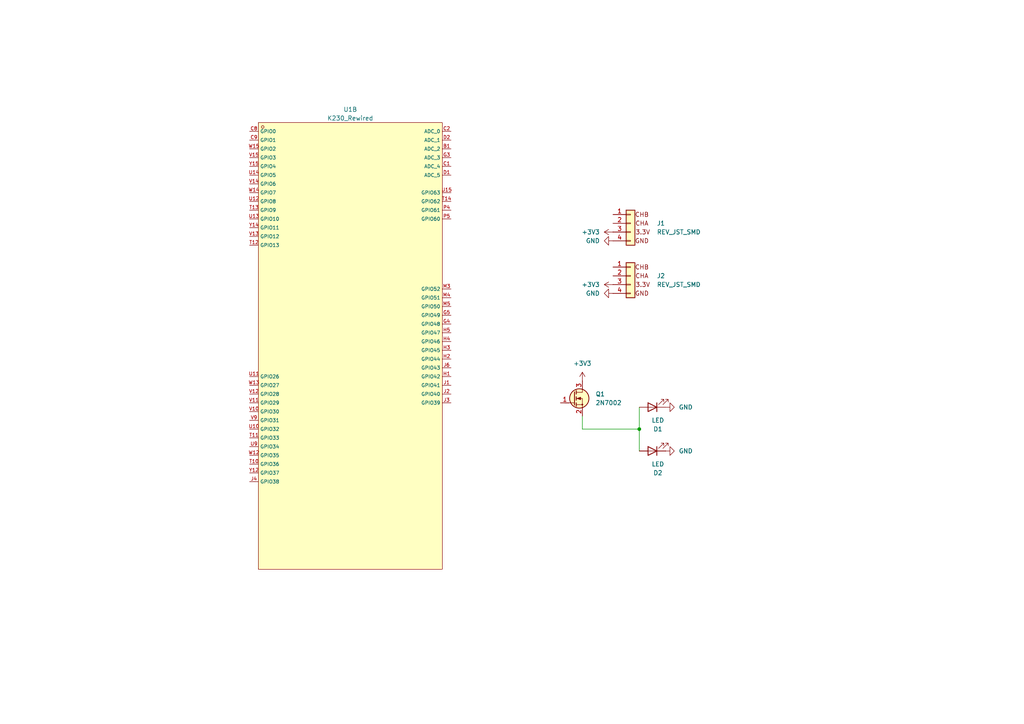
<source format=kicad_sch>
(kicad_sch (version 20250114) (generator "eeschema") (generator_version "9.0")
  (paper "A4")
  (lib_symbols
    (symbol "Custom:REV_JST_SMD" (pin_names (offset 1.016) (hide yes))
      (property "Reference" "J" (at 0 5.08 0))
      (property "Value" "REV_JST_SMD" (at 0 -7.62 0))
      (symbol "REV_JST_SMD_1_1"
        (rectangle (start -1.27 3.81) (end 1.27 -6.35) (stroke (width 0.254)) (fill (type background)))
        (rectangle (start -1.27 2.667) (end 0 2.413) (stroke (width 0.1524)))
        (rectangle (start -1.27 0.127) (end 0 -0.127) (stroke (width 0.1524)))
        (rectangle (start -1.27 -2.413) (end 0 -2.667) (stroke (width 0.1524)))
        (rectangle (start -1.27 -4.953) (end 0 -5.207) (stroke (width 0.1524)))
        (text "CHB\n" (at 3.302 2.54 0) (effects (font (size 1.27 1.27))))
        (text "CHA\n" (at 3.302 0 0) (effects (font (size 1.27 1.27))))
        (text "GND" (at 3.302 -5.08 0) (effects (font (size 1.27 1.27))))
        (text "3.3V\n" (at 3.556 -2.54 0) (effects (font (size 1.27 1.27))))
        (pin passive line (at -5.08 2.54 0) (length 3.81) (name "2") (number "1"))
        (pin passive line (at -5.08 0 0) (length 3.81) (name "1") (number "2"))
        (pin passive line (at -5.08 -2.54 0) (length 3.81) (name "3.3V") (number "3"))
        (pin passive line (at -5.08 -5.08 0) (length 3.81) (name "GND") (number "4"))
      )
    )
    (symbol "Device:LED" (pin_numbers (hide yes)) (pin_names (offset 1.016) (hide yes))
      (property "Reference" "D" (at 0 2.54 0))
      (property "Value" "LED" (at 0 -2.54 0))
      (symbol "LED_0_1"
        (polyline (pts (xy -3.048 -0.762) (xy -4.572 -2.286) (xy -3.81 -2.286) (xy -4.572 -2.286) (xy -4.572 -1.524)))
        (polyline (pts (xy -1.778 -0.762) (xy -3.302 -2.286) (xy -2.54 -2.286) (xy -3.302 -2.286) (xy -3.302 -1.524)))
        (polyline (pts (xy -1.27 0) (xy 1.27 0)))
        (polyline (pts (xy -1.27 -1.27) (xy -1.27 1.27)) (stroke (width 0.254)))
        (polyline (pts (xy 1.27 -1.27) (xy 1.27 1.27) (xy -1.27 0) (xy 1.27 -1.27)) (stroke (width 0.254)))
      )
      (symbol "LED_1_1"
        (pin passive line (at -3.81 0 0) (length 2.54) (name "K") (number "1"))
        (pin passive line (at 3.81 0 180) (length 2.54) (name "A") (number "2"))
      )
    )
    (symbol "LCSC:K230_Rewired"
      (property "Reference" "U1" (at 0 68.58 0))
      (property "Value" "K230_Rewired" (at 0 66.04 0))
      (symbol "K230_Rewired_1_1"
        (rectangle (start -27.9401 63.5001) (end 27.9401 -63.5001) (fill (type background)))
        (circle (center -26.6701 62.2301) (radius 0.381) (fill (type background)))
        (pin unspecified line (at -30.48 59.69 0) (length 2.54) (name "USB0_TXRTUNE") (number "D4"))
        (pin unspecified line (at -30.48 57.15 0) (length 2.54) (name "USB0_VBUS") (number "C3"))
        (pin unspecified line (at -30.48 54.61 0) (length 2.54) (name "USB0_DP") (number "A2"))
        (pin unspecified line (at -30.48 52.07 0) (length 2.54) (name "USB0_DN") (number "B2"))
        (pin unspecified line (at -30.48 49.53 0) (length 2.54) (name "USB0_ID") (number "D3"))
        (pin unspecified line (at -30.48 44.45 0) (length 2.54) (name "USB1_TXRTUNE") (number "C4"))
        (pin unspecified line (at -30.48 41.91 0) (length 2.54) (name "USB1_VBUS") (number "A3"))
        (pin unspecified line (at -30.48 39.37 0) (length 2.54) (name "USB1_DP") (number "B4"))
        (pin unspecified line (at -30.48 36.83 0) (length 2.54) (name "USB1_DN") (number "A4"))
        (pin unspecified line (at -30.48 34.29 0) (length 2.54) (name "USB1_ID") (number "B3"))
        (pin unspecified line (at -30.48 26.67 0) (length 2.54) (name "CLK24M_XOUT") (number "A8"))
        (pin unspecified line (at -30.48 24.13 0) (length 2.54) (name "CLK24M_XIN") (number "B8"))
        (pin unspecified line (at -30.48 0 0) (length 2.54) (name "TEST_EN") (number "A9"))
        (pin unspecified line (at -30.48 -7.62 0) (length 2.54) (name "RSTN") (number "B9"))
        (pin unspecified line (at -30.48 -24.13 0) (length 2.54) (name "CLK32K768_XOUT") (number "A12"))
        (pin unspecified line (at -30.48 -26.67 0) (length 2.54) (name "CLK32K768_XIN") (number "B12"))
        (pin unspecified line (at -30.48 -38.1 0) (length 2.54) (name "INT0") (number "C10"))
        (pin unspecified line (at -30.48 -40.64 0) (length 2.54) (name "INT1") (number "B10"))
        (pin unspecified line (at -30.48 -43.18 0) (length 2.54) (name "INT2") (number "A10"))
        (pin unspecified line (at -30.48 -45.72 0) (length 2.54) (name "INT3") (number "A11"))
        (pin unspecified line (at -30.48 -48.26 0) (length 2.54) (name "INT4") (number "C12"))
        (pin unspecified line (at -30.48 -50.8 0) (length 2.54) (name "INT5") (number "D12"))
        (pin unspecified line (at -30.48 -54.61 0) (length 2.54) (name "OUT0") (number "B11"))
        (pin unspecified line (at -30.48 -57.15 0) (length 2.54) (name "OUT1") (number "C11"))
        (pin unspecified line (at 30.48 29.21 180) (length 2.54) (name "HPOUTR") (number "G2"))
        (pin unspecified line (at 30.48 26.67 180) (length 2.54) (name "HPOUTL") (number "G1"))
        (pin unspecified line (at 30.48 20.32 180) (length 2.54) (name "MIC_BIAS") (number "E3"))
        (pin unspecified line (at 30.48 17.78 180) (length 2.54) (name "MICNL") (number "E2"))
        (pin unspecified line (at 30.48 15.24 180) (length 2.54) (name "MICPL") (number "E1"))
        (pin unspecified line (at 30.48 10.16 180) (length 2.54) (name "CODEC_VCM") (number "F3"))
        (pin unspecified line (at 30.48 7.62 180) (length 2.54) (name "MICNR") (number "F2"))
        (pin unspecified line (at 30.48 5.08 180) (length 2.54) (name "MICPR") (number "F1"))
        (pin unspecified line (at 30.48 -17.78 180) (length 2.54) (name "ANA_TS_VTEST") (number "D8"))
        (pin unspecified line (at 30.48 -58.42 180) (length 2.54) (name "NC") (number "A20"))
      )
      (symbol "K230_Rewired_2_1"
        (rectangle (start -26.6701 64.7701) (end 26.6701 -64.7701) (fill (type background)))
        (circle (center -25.4001 63.5001) (radius 0.381) (fill (type background)))
        (pin unspecified line (at -29.21 62.23 0) (length 2.54) (name "GPIO0") (number "C8"))
        (pin unspecified line (at -29.21 59.69 0) (length 2.54) (name "GPIO1") (number "C9"))
        (pin unspecified line (at -29.21 57.15 0) (length 2.54) (name "GPIO2") (number "W15"))
        (pin unspecified line (at -29.21 54.61 0) (length 2.54) (name "GPIO3") (number "V15"))
        (pin unspecified line (at -29.21 52.07 0) (length 2.54) (name "GPIO4") (number "Y15"))
        (pin unspecified line (at -29.21 49.53 0) (length 2.54) (name "GPIO5") (number "U14"))
        (pin unspecified line (at -29.21 46.99 0) (length 2.54) (name "GPIO6") (number "V14"))
        (pin unspecified line (at -29.21 44.45 0) (length 2.54) (name "GPIO7") (number "W14"))
        (pin unspecified line (at -29.21 41.91 0) (length 2.54) (name "GPIO8") (number "U12"))
        (pin unspecified line (at -29.21 39.37 0) (length 2.54) (name "GPIO9") (number "T13"))
        (pin unspecified line (at -29.21 36.83 0) (length 2.54) (name "GPIO10") (number "U13"))
        (pin unspecified line (at -29.21 34.29 0) (length 2.54) (name "GPIO11") (number "Y14"))
        (pin unspecified line (at -29.21 31.75 0) (length 2.54) (name "GPIO12") (number "V13"))
        (pin unspecified line (at -29.21 29.21 0) (length 2.54) (name "GPIO13") (number "T12"))
        (pin unspecified line (at -29.21 -8.89 0) (length 2.54) (name "GPIO26") (number "U11"))
        (pin unspecified line (at -29.21 -11.43 0) (length 2.54) (name "GPIO27") (number "W13"))
        (pin unspecified line (at -29.21 -13.97 0) (length 2.54) (name "GPIO28") (number "V12"))
        (pin unspecified line (at -29.21 -16.51 0) (length 2.54) (name "GPIO29") (number "V11"))
        (pin unspecified line (at -29.21 -19.05 0) (length 2.54) (name "GPIO30") (number "V10"))
        (pin unspecified line (at -29.21 -21.59 0) (length 2.54) (name "GPIO31") (number "V9"))
        (pin unspecified line (at -29.21 -24.13 0) (length 2.54) (name "GPIO32") (number "U10"))
        (pin unspecified line (at -29.21 -26.67 0) (length 2.54) (name "GPIO33") (number "T11"))
        (pin unspecified line (at -29.21 -29.21 0) (length 2.54) (name "GPIO34") (number "U9"))
        (pin unspecified line (at -29.21 -31.75 0) (length 2.54) (name "GPIO35") (number "W12"))
        (pin unspecified line (at -29.21 -34.29 0) (length 2.54) (name "GPIO36") (number "T10"))
        (pin unspecified line (at -29.21 -36.83 0) (length 2.54) (name "GPIO37") (number "Y12"))
        (pin unspecified line (at -29.21 -39.37 0) (length 2.54) (name "GPIO38") (number "J4"))
        (pin unspecified line (at 29.21 62.23 180) (length 2.54) (name "ADC_0") (number "C2"))
        (pin unspecified line (at 29.21 59.69 180) (length 2.54) (name "ADC_1") (number "D2"))
        (pin unspecified line (at 29.21 57.15 180) (length 2.54) (name "ADC_2") (number "B1"))
        (pin unspecified line (at 29.21 54.61 180) (length 2.54) (name "ADC_3") (number "G3"))
        (pin unspecified line (at 29.21 52.07 180) (length 2.54) (name "ADC_4") (number "C1"))
        (pin unspecified line (at 29.21 49.53 180) (length 2.54) (name "ADC_5") (number "D1"))
        (pin unspecified line (at 29.21 44.45 180) (length 2.54) (name "GPIO63") (number "U15"))
        (pin unspecified line (at 29.21 41.91 180) (length 2.54) (name "GPIO62") (number "T14"))
        (pin unspecified line (at 29.21 39.37 180) (length 2.54) (name "GPIO61") (number "P4"))
        (pin unspecified line (at 29.21 36.83 180) (length 2.54) (name "GPIO60") (number "P5"))
        (pin unspecified line (at 29.21 16.51 180) (length 2.54) (name "GPIO52") (number "M3"))
        (pin unspecified line (at 29.21 13.97 180) (length 2.54) (name "GPIO51") (number "M4"))
        (pin unspecified line (at 29.21 11.43 180) (length 2.54) (name "GPIO50") (number "M5"))
        (pin unspecified line (at 29.21 8.89 180) (length 2.54) (name "GPIO49") (number "G5"))
        (pin unspecified line (at 29.21 6.35 180) (length 2.54) (name "GPIO48") (number "G4"))
        (pin unspecified line (at 29.21 3.81 180) (length 2.54) (name "GPIO47") (number "H5"))
        (pin unspecified line (at 29.21 1.27 180) (length 2.54) (name "GPIO46") (number "H4"))
        (pin unspecified line (at 29.21 -1.27 180) (length 2.54) (name "GPIO45") (number "H3"))
        (pin unspecified line (at 29.21 -3.81 180) (length 2.54) (name "GPIO44") (number "H2"))
        (pin unspecified line (at 29.21 -6.35 180) (length 2.54) (name "GPIO43") (number "J6"))
        (pin unspecified line (at 29.21 -8.89 180) (length 2.54) (name "GPIO42") (number "H1"))
        (pin unspecified line (at 29.21 -11.43 180) (length 2.54) (name "GPIO41") (number "J1"))
        (pin unspecified line (at 29.21 -13.97 180) (length 2.54) (name "GPIO40") (number "J2"))
        (pin unspecified line (at 29.21 -16.51 180) (length 2.54) (name "GPIO39") (number "J3"))
      )
      (symbol "K230_Rewired_3_1"
        (rectangle (start -27.9401 31.75) (end 27.9401 -19.05) (fill (type background)))
        (circle (center -26.67 30.48) (radius 0.381) (fill (type background)))
        (pin unspecified line (at -30.48 11.43 0) (length 2.54) (name "QSPI_CS") (number "J5"))
        (pin unspecified line (at -30.48 8.89 0) (length 2.54) (name "QSPI_CLK") (number "K1"))
        (pin unspecified line (at -30.48 6.35 0) (length 2.54) (name "QSPI_D0") (number "K2"))
        (pin unspecified line (at -30.48 3.81 0) (length 2.54) (name "QSPI_D1") (number "K4"))
        (pin unspecified line (at -30.48 1.27 0) (length 2.54) (name "QSPI_D2") (number "K5"))
        (pin unspecified line (at -30.48 -1.27 0) (length 2.54) (name "QSPI_D3") (number "L1"))
        (pin unspecified line (at -30.48 -3.81 0) (length 2.54) (name "OSPI_D4") (number "L2"))
        (pin unspecified line (at -30.48 -6.35 0) (length 2.54) (name "OSPI_D5") (number "L3"))
        (pin unspecified line (at -30.48 -8.89 0) (length 2.54) (name "OSPI_D6") (number "L4"))
        (pin unspecified line (at -30.48 -11.43 0) (length 2.54) (name "OSPI_D7") (number "L5"))
        (pin unspecified line (at -30.48 -13.97 0) (length 2.54) (name "OSPI_DQS") (number "L6"))
        (pin unspecified line (at -30.48 -16.51 0) (length 2.54) (name "GPIO25") (number "M1"))
        (pin unspecified line (at 30.48 29.21 180) (length 2.54) (name "SDIO_CMD") (number "M2"))
        (pin unspecified line (at 30.48 26.67 180) (length 2.54) (name "SDIO_CLK") (number "N2"))
        (pin unspecified line (at 30.48 24.13 180) (length 2.54) (name "SDIO_D0") (number "P3"))
        (pin unspecified line (at 30.48 21.59 180) (length 2.54) (name "SDIO_D1") (number "N1"))
        (pin unspecified line (at 30.48 19.05 180) (length 2.54) (name "SDIO_D2") (number "P1"))
        (pin unspecified line (at 30.48 16.51 180) (length 2.54) (name "SDIO_D3") (number "P2"))
        (pin unspecified line (at 30.48 13.97 180) (length 2.54) (name "MMC1_SD_DET") (number "N4"))
        (pin unspecified line (at 30.48 11.43 180) (length 2.54) (name "MMC0_STROBE") (number "B6"))
        (pin unspecified line (at 30.48 8.89 180) (length 2.54) (name "MMC0_RST_N") (number "A6"))
        (pin unspecified line (at 30.48 6.35 180) (length 2.54) (name "MMC0_CMD") (number "D6"))
        (pin unspecified line (at 30.48 3.81 180) (length 2.54) (name "MMC0_CLK") (number "A5"))
        (pin unspecified line (at 30.48 1.27 180) (length 2.54) (name "MMC0_D0") (number "D5"))
        (pin unspecified line (at 30.48 -1.27 180) (length 2.54) (name "MMC0_D1") (number "C5"))
        (pin unspecified line (at 30.48 -3.81 180) (length 2.54) (name "MMC0_D2") (number "B5"))
        (pin unspecified line (at 30.48 -6.35 180) (length 2.54) (name "MMC0_D3") (number "C6"))
        (pin unspecified line (at 30.48 -8.89 180) (length 2.54) (name "MMC0_D4") (number "D7"))
        (pin unspecified line (at 30.48 -11.43 180) (length 2.54) (name "MMC0_D5") (number "A7"))
        (pin unspecified line (at 30.48 -13.97 180) (length 2.54) (name "MMC0_D6") (number "B7"))
        (pin unspecified line (at 30.48 -16.51 180) (length 2.54) (name "MMC0_D7") (number "C7"))
      )
      (symbol "K230_Rewired_4_1"
        (rectangle (start -27.9401 38.1) (end 27.9401 -38.1) (fill (type background)))
        (circle (center -26.6701 36.8301) (radius 0.381) (fill (type background)))
        (text "leave floating\n" (at -17.272 -12.7 0) (effects (font (size 0.635 0.635))))
        (text "200Ω (1%) resistor to ground" (at -12.192 -15.24 0) (effects (font (size 0.635 0.635))))
        (pin unspecified line (at -30.48 17.78 0) (length 2.54) (name "MIPI_TX0_CLK_N") (number "W9"))
        (pin unspecified line (at -30.48 15.24 0) (length 2.54) (name "MIPI_TX0_CLK_P") (number "Y9"))
        (pin unspecified line (at -30.48 12.7 0) (length 2.54) (name "MIPI_TX0_D0_N") (number "Y10"))
        (pin unspecified line (at -30.48 10.16 0) (length 2.54) (name "MIPI_TX0_D0_P") (number "W10"))
        (pin unspecified line (at -30.48 7.62 0) (length 2.54) (name "MIPI_TX0_D1_N") (number "W11"))
        (pin unspecified line (at -30.48 5.08 0) (length 2.54) (name "MIPI_TX0_D1_P") (number "Y11"))
        (pin unspecified line (at -30.48 0 0) (length 2.54) (name "MIPI_TX1_D2_N") (number "Y8"))
        (pin unspecified line (at -30.48 -2.54 0) (length 2.54) (name "MIPI_TX1_D2_P") (number "W8"))
        (pin unspecified line (at -30.48 -5.08 0) (length 2.54) (name "MIPI_TX1_D3_N") (number "W7"))
        (pin unspecified line (at -30.48 -7.62 0) (length 2.54) (name "MIPI_TX1_D3_P") (number "Y7"))
        (pin unspecified line (at -30.48 -12.7 0) (length 2.54) (name "MIPI_ATB") (number "U6"))
        (pin unspecified line (at -30.48 -15.24 0) (length 2.54) (name "MIPI_REXT") (number "U7"))
        (pin unspecified line (at 30.48 31.75 180) (length 2.54) (name "NC") (number "Y20"))
        (pin unspecified line (at 30.48 29.21 180) (length 2.54) (name "NC") (number "Y1"))
        (pin unspecified line (at 30.48 24.13 180) (length 2.54) (name "MIPI_RX0_CLK_N") (number "Y2"))
        (pin unspecified line (at 30.48 21.59 180) (length 2.54) (name "MIPI_RX0_CLK_P") (number "W2"))
        (pin unspecified line (at 30.48 19.05 180) (length 2.54) (name "MIPI_RX0_D0_N") (number "W3"))
        (pin unspecified line (at 30.48 16.51 180) (length 2.54) (name "MIPI_RX0_D0_P") (number "Y3"))
        (pin unspecified line (at 30.48 13.97 180) (length 2.54) (name "MIPI_RX0_D1_N") (number "V1"))
        (pin unspecified line (at 30.48 11.43 180) (length 2.54) (name "MIPI_RX0_D1_P") (number "V2"))
        (pin unspecified line (at 30.48 6.35 180) (length 2.54) (name "MIPI_RX1_CLK_N") (number "W5"))
        (pin unspecified line (at 30.48 3.81 180) (length 2.54) (name "MIPI_RX1_CLK_P") (number "Y5"))
        (pin unspecified line (at 30.48 1.27 180) (length 2.54) (name "MIPI_RX1_D2_N") (number "Y4"))
        (pin unspecified line (at 30.48 -1.27 180) (length 2.54) (name "MIPI_RX1_D2_P") (number "W4"))
        (pin unspecified line (at 30.48 -3.81 180) (length 2.54) (name "MIPI_RX1_D3_N") (number "W6"))
        (pin unspecified line (at 30.48 -6.35 180) (length 2.54) (name "MIPI_RX1_D3_P") (number "Y6"))
        (pin unspecified line (at 30.48 -11.43 180) (length 2.54) (name "MIPI_RX2_CLK_N") (number "R2"))
        (pin unspecified line (at 30.48 -13.97 180) (length 2.54) (name "MIPI_RX2_CLK_P") (number "R1"))
        (pin unspecified line (at 30.48 -16.51 180) (length 2.54) (name "MIPI_RX2_D4_N") (number "T1"))
        (pin unspecified line (at 30.48 -19.05 180) (length 2.54) (name "MIPI_RX2_D4_P") (number "T2"))
        (pin unspecified line (at 30.48 -21.59 180) (length 2.54) (name "MIPI_RX2_D5_N") (number "U2"))
        (pin unspecified line (at 30.48 -24.13 180) (length 2.54) (name "MIPI_RX2_D5_P") (number "U1"))
      )
      (symbol "K230_Rewired_5_1"
        (rectangle (start -27.9401 63.5001) (end 27.9401 -63.5001) (fill (type background)))
        (pin unspecified line (at -30.48 57.15 0) (length 2.54) (name "DDR_ZN") (number "K19"))
        (pin unspecified line (at -30.48 52.07 0) (length 2.54) (name "DDR_CKE1_CKEA1") (number "P18"))
        (pin unspecified line (at -30.48 49.53 0) (length 2.54) (name "DDR_CKE0_CKEA0") (number "N17"))
        (pin unspecified line (at -30.48 46.99 0) (length 2.54) (name "DDR_CKP_CKAP") (number "R19"))
        (pin unspecified line (at -30.48 44.45 0) (length 2.54) (name "DDR_CKN_CKAN") (number "R20"))
        (pin unspecified line (at -30.48 41.91 0) (length 2.54) (name "DDR_DQS3N_DQSA0N") (number "Y17"))
        (pin unspecified line (at -30.48 39.37 0) (length 2.54) (name "DDR_DQS3P_DQSA0P") (number "W17"))
        (pin unspecified line (at -30.48 36.83 0) (length 2.54) (name "DDR_DQS2N_DQSB1N") (number "A15"))
        (pin unspecified line (at -30.48 34.29 0) (length 2.54) (name "DDR_DQS2P_DQSB1P") (number "B15"))
        (pin unspecified line (at -30.48 31.75 0) (length 2.54) (name "DDR_DQS1N_DQSA1N") (number "V19"))
        (pin unspecified line (at -30.48 29.21 0) (length 2.54) (name "DDR_DQS1P_DQSA1P") (number "V20"))
        (pin unspecified line (at -30.48 26.67 0) (length 2.54) (name "DDR_DQS0N_DQSB0N") (number "A18"))
        (pin unspecified line (at -30.48 24.13 0) (length 2.54) (name "DDR_DQS0P_DQSB0P") (number "B18"))
        (pin unspecified line (at -30.48 19.05 0) (length 2.54) (name "DDR_DQ31_DQA0") (number "U16"))
        (pin unspecified line (at -30.48 16.51 0) (length 2.54) (name "DDR_DQ30_DQA1") (number "T16"))
        (pin unspecified line (at -30.48 13.97 0) (length 2.54) (name "DDR_DQ29_DQA7") (number "U17"))
        (pin unspecified line (at -30.48 11.43 0) (length 2.54) (name "DDR_DQ28_DQA6") (number "Y18"))
        (pin unspecified line (at -30.48 8.89 0) (length 2.54) (name "DDR_DQ27_DQA3") (number "Y16"))
        (pin unspecified line (at -30.48 6.35 0) (length 2.54) (name "DDR_DQ26_DQA2") (number "V16"))
        (pin unspecified line (at -30.48 3.81 0) (length 2.54) (name "DDR_DQ25_DQA5") (number "V18"))
        (pin unspecified line (at -30.48 1.27 0) (length 2.54) (name "DDR_DQ24_DQA4") (number "W18"))
        (pin unspecified line (at -30.48 -1.27 0) (length 2.54) (name "DDR_DQ23_DQB15") (number "B16"))
        (pin unspecified line (at -30.48 -3.81 0) (length 2.54) (name "DDR_DQ22_DQB12") (number "B17"))
        (pin unspecified line (at -30.48 -6.35 0) (length 2.54) (name "DDR_DQ21_DQB9") (number "A14"))
        (pin unspecified line (at -30.48 -8.89 0) (length 2.54) (name "DDR_DQ20_DQB8") (number "D14"))
        (pin unspecified line (at -30.48 -11.43 0) (length 2.54) (name "DDR_DQ19_DQB14") (number "A17"))
        (pin unspecified line (at -30.48 -13.97 0) (length 2.54) (name "DDR_DQ18_DQB13") (number "C16"))
        (pin unspecified line (at -30.48 -16.51 0) (length 2.54) (name "DDR_DQ17_DQB10") (number "B14"))
        (pin unspecified line (at -30.48 -19.05 0) (length 2.54) (name "DDR_DQ16_DQB11") (number "C14"))
        (pin unspecified line (at -30.48 -21.59 0) (length 2.54) (name "DDR_DQ15_DQA15") (number "T17"))
        (pin unspecified line (at -30.48 -24.13 0) (length 2.54) (name "DDR_DQ14_DQA13") (number "U18"))
        (pin unspecified line (at -30.48 -26.67 0) (length 2.54) (name "DDR_DQ13_DQA11") (number "U20"))
        (pin unspecified line (at -30.48 -29.21 0) (length 2.54) (name "DDR_DQ12_DQA9") (number "T18"))
        (pin unspecified line (at -30.48 -31.75 0) (length 2.54) (name "DDR_DQ11_DQA12") (number "W19"))
        (pin unspecified line (at -30.48 -34.29 0) (length 2.54) (name "DDR_DQ10_DQA8") (number "R17"))
        (pin unspecified line (at -30.48 -36.83 0) (length 2.54) (name "DDR_DQ9_DQA14") (number "P16"))
        (pin unspecified line (at -30.48 -39.37 0) (length 2.54) (name "DDR_DQ8_DQA10") (number "R18"))
        (pin unspecified line (at -30.48 -41.91 0) (length 2.54) (name "DDR_DQ7_DQB6") (number "C19"))
        (pin unspecified line (at -30.48 -44.45 0) (length 2.54) (name "DDR_DQ6_DQB7") (number "B19"))
        (pin unspecified line (at -30.48 -46.99 0) (length 2.54) (name "DDR_DQ5_DQB3") (number "E17"))
        (pin unspecified line (at -30.48 -49.53 0) (length 2.54) (name "DDR_DQ4_DQB2") (number "E18"))
        (pin unspecified line (at -30.48 -52.07 0) (length 2.54) (name "DDR_DQ3_DQB5") (number "C18"))
        (pin unspecified line (at -30.48 -54.61 0) (length 2.54) (name "DDR_DQ2_DQB0") (number "D17"))
        (pin unspecified line (at -30.48 -57.15 0) (length 2.54) (name "DDR_DQ1_DQB1") (number "D16"))
        (pin unspecified line (at -30.48 -59.69 0) (length 2.54) (name "DDR_DQ0_DQB4") (number "C17"))
        (pin unspecified line (at 30.48 52.07 180) (length 2.54) (name "DDR_NC_CAB0") (number "E20"))
        (pin unspecified line (at 30.48 49.53 180) (length 2.54) (name "DDR_NC_CKBP") (number "G20"))
        (pin unspecified line (at 30.48 46.99 180) (length 2.54) (name "DDR_NC_CAB1") (number "G19"))
        (pin unspecified line (at 30.48 44.45 180) (length 2.54) (name "DDR_NC_CAB2") (number "G18"))
        (pin unspecified line (at 30.48 41.91 180) (length 2.54) (name "DDR_NC_NC") (number "G17"))
        (pin unspecified line (at 30.48 39.37 180) (length 2.54) (name "DDR_NC_CKBN") (number "F20"))
        (pin unspecified line (at 30.48 36.83 180) (length 2.54) (name "DDR_NC_CAB5") (number "F19"))
        (pin unspecified line (at 30.48 34.29 180) (length 2.54) (name "DDR_NC_NC") (number "F18"))
        (pin unspecified line (at 30.48 31.75 180) (length 2.54) (name "DDR_NC_CAB4") (number "F17"))
        (pin unspecified line (at 30.48 29.21 180) (length 2.54) (name "DDR_NC_NC") (number "H19"))
        (pin unspecified line (at 30.48 26.67 180) (length 2.54) (name "DDR_NC_NC") (number "H18"))
        (pin unspecified line (at 30.48 24.13 180) (length 2.54) (name "DDR_NC_CAB3") (number "H17"))
        (pin unspecified line (at 30.48 21.59 180) (length 2.54) (name "DDR_NC_NC") (number "D20"))
        (pin unspecified line (at 30.48 19.05 180) (length 2.54) (name "DDR_NC_NC") (number "D19"))
        (pin unspecified line (at 30.48 16.51 180) (length 2.54) (name "DDR_NC_CSB0") (number "J20"))
        (pin unspecified line (at 30.48 13.97 180) (length 2.54) (name "DDR_NC_CSB1") (number "J19"))
        (pin unspecified line (at 30.48 11.43 180) (length 2.54) (name "DDR_NC_CKEB0") (number "J18"))
        (pin unspecified line (at 30.48 8.89 180) (length 2.54) (name "DDR_NC_CKEB1") (number "J17"))
        (pin unspecified line (at 30.48 6.35 180) (length 2.54) (name "DDR_NC_NC") (number "M17"))
        (pin unspecified line (at 30.48 3.81 180) (length 2.54) (name "DDR_NC_NC") (number "C20"))
        (pin unspecified line (at 30.48 1.27 180) (length 2.54) (name "DDR_NC_NC") (number "N18"))
        (pin unspecified line (at 30.48 -5.08 180) (length 2.54) (name "DDR_CA9_CAA5") (number "P19"))
        (pin unspecified line (at 30.48 -7.62 180) (length 2.54) (name "DDR_CA8_CAA4") (number "M18"))
        (pin unspecified line (at 30.48 -10.16 180) (length 2.54) (name "DDR_CA7_CAA3") (number "N20"))
        (pin unspecified line (at 30.48 -12.7 180) (length 2.54) (name "DDR_CA6_CAA2") (number "N19"))
        (pin unspecified line (at 30.48 -15.24 180) (length 2.54) (name "DDR_CA5_CAA1") (number "L16"))
        (pin unspecified line (at 30.48 -17.78 180) (length 2.54) (name "DDR_CA4_CAA0") (number "M19"))
        (pin unspecified line (at 30.48 -20.32 180) (length 2.54) (name "DDR_CA3_NC") (number "L17"))
        (pin unspecified line (at 30.48 -22.86 180) (length 2.54) (name "DDR_CA2_NA") (number "M20"))
        (pin unspecified line (at 30.48 -25.4 180) (length 2.54) (name "DDR_CA1_NC") (number "L20"))
        (pin unspecified line (at 30.48 -27.94 180) (length 2.54) (name "DDR_CA0_NC") (number "K20"))
        (pin unspecified line (at 30.48 -33.02 180) (length 2.54) (name "DDR_DM0_DMIB0") (number "D18"))
        (pin unspecified line (at 30.48 -35.56 180) (length 2.54) (name "DDR_DM1_DMIA1") (number "P17"))
        (pin unspecified line (at 30.48 -38.1 180) (length 2.54) (name "DDR_DM2_DMIB1") (number "C15"))
        (pin unspecified line (at 30.48 -40.64 180) (length 2.54) (name "DDR_DM3_DMIA0") (number "V17"))
        (pin unspecified line (at 30.48 -44.45 180) (length 2.54) (name "DDR_CS1_CSA1") (number "T19"))
        (pin unspecified line (at 30.48 -46.99 180) (length 2.54) (name "DDR_CS0_CSA0") (number "T20"))
        (pin unspecified line (at 30.48 -52.07 180) (length 2.54) (name "DDR_ODT_NC") (number "L18"))
        (pin unspecified line (at 30.48 -57.15 180) (length 2.54) (name "DDR_RESET") (number "J16"))
        (pin unspecified line (at 30.48 -60.96 180) (length 2.54) (name "DDR_VREF") (number "K17"))
      )
      (symbol "K230_Rewired_6_1"
        (rectangle (start -27.9401 63.5001) (end 27.9401 -63.5001) (fill (type background)))
        (pin unspecified line (at -30.48 62.23 0) (length 2.54) (name "AVSS") (number "F11"))
        (pin unspecified line (at -30.48 59.69 0) (length 2.54) (name "AVSS") (number "G7"))
        (pin unspecified line (at -30.48 57.15 0) (length 2.54) (name "AVSS") (number "G8"))
        (pin unspecified line (at -30.48 52.07 0) (length 2.54) (name "VSS") (number "T7"))
        (pin unspecified line (at -30.48 49.53 0) (length 2.54) (name "VSS") (number "F6"))
        (pin unspecified line (at -30.48 46.99 0) (length 2.54) (name "VSS") (number "T8"))
        (pin unspecified line (at -30.48 44.45 0) (length 2.54) (name "VSS") (number "T9"))
        (pin unspecified line (at -30.48 41.91 0) (length 2.54) (name "VSS") (number "L7"))
        (pin unspecified line (at -30.48 39.37 0) (length 2.54) (name "VSS") (number "L8"))
        (pin unspecified line (at -30.48 36.83 0) (length 2.54) (name "VSS") (number "L10"))
        (pin unspecified line (at -30.48 34.29 0) (length 2.54) (name "VSS") (number "L12"))
        (pin unspecified line (at -30.48 31.75 0) (length 2.54) (name "VSS") (number "A13"))
        (pin unspecified line (at -30.48 29.21 0) (length 2.54) (name "VSS") (number "T15"))
        (pin unspecified line (at -30.48 26.67 0) (length 2.54) (name "VSS") (number "A16"))
        (pin unspecified line (at -30.48 26.67 0) (length 2.54) (name "VSS") (number "L15"))
        (pin unspecified line (at -30.48 24.13 0) (length 2.54) (name "VSS") (number "F16"))
        (pin unspecified line (at -30.48 21.59 0) (length 2.54) (name "VSS") (number "A19"))
        (pin unspecified line (at -30.48 19.05 0) (length 2.54) (name "VSS") (number "L19"))
        (pin unspecified line (at -30.48 16.51 0) (length 2.54) (name "VSS") (number "U3"))
        (pin unspecified line (at -30.48 13.97 0) (length 2.54) (name "VSS") (number "U8"))
        (pin unspecified line (at -30.48 11.43 0) (length 2.54) (name "VSS") (number "G6"))
        (pin unspecified line (at -30.48 8.89 0) (length 2.54) (name "VSS") (number "M6"))
        (pin unspecified line (at -30.48 6.35 0) (length 2.54) (name "VSS") (number "M8"))
        (pin unspecified line (at -30.48 3.81 0) (length 2.54) (name "VSS") (number "M10"))
        (pin unspecified line (at -30.48 1.27 0) (length 2.54) (name "VSS") (number "G13"))
        (pin unspecified line (at -30.48 -1.27 0) (length 2.54) (name "VSS") (number "F4"))
        (pin unspecified line (at -30.48 -3.81 0) (length 2.54) (name "VSS") (number "T3"))
        (pin unspecified line (at -30.48 -6.35 0) (length 2.54) (name "VSS") (number "G14"))
        (pin unspecified line (at -30.48 -8.89 0) (length 2.54) (name "VSS") (number "G15"))
        (pin unspecified line (at -30.48 -11.43 0) (length 2.54) (name "VSS") (number "U19"))
        (pin unspecified line (at -30.48 -13.97 0) (length 2.54) (name "VSS") (number "G16"))
        (pin unspecified line (at -30.48 -16.51 0) (length 2.54) (name "VSS") (number "M15"))
        (pin unspecified line (at -30.48 -19.05 0) (length 2.54) (name "VSS") (number "M16"))
        (pin unspecified line (at -30.48 -21.59 0) (length 2.54) (name "VSS") (number "V3"))
        (pin unspecified line (at -30.48 -24.13 0) (length 2.54) (name "VSS") (number "B20"))
        (pin unspecified line (at -30.48 -26.67 0) (length 2.54) (name "VSS") (number "V4"))
        (pin unspecified line (at -30.48 -29.21 0) (length 2.54) (name "VSS") (number "V5"))
        (pin unspecified line (at -30.48 -31.75 0) (length 2.54) (name "VSS") (number "V6"))
        (pin unspecified line (at -30.48 -34.29 0) (length 2.54) (name "VSS") (number "V7"))
        (pin unspecified line (at -30.48 -36.83 0) (length 2.54) (name "VSS") (number "N3"))
        (pin unspecified line (at -30.48 -39.37 0) (length 2.54) (name "VSS") (number "V8"))
        (pin unspecified line (at -30.48 -41.91 0) (length 2.54) (name "VSS") (number "N5"))
        (pin unspecified line (at -30.48 -44.45 0) (length 2.54) (name "VSS") (number "H7"))
        (pin unspecified line (at -30.48 -46.99 0) (length 2.54) (name "VSS") (number "N8"))
        (pin unspecified line (at -30.48 -49.53 0) (length 2.54) (name "VSS") (number "H11"))
        (pin unspecified line (at -30.48 -52.07 0) (length 2.54) (name "VSS") (number "Y13"))
        (pin unspecified line (at -30.48 -54.61 0) (length 2.54) (name "VSS") (number "K12"))
        (pin unspecified line (at -30.48 -57.15 0) (length 2.54) (name "VSS") (number "K14"))
        (pin unspecified line (at -30.48 -59.69 0) (length 2.54) (name "VSS") (number "K16"))
        (pin unspecified line (at -30.48 -62.23 0) (length 2.54) (name "VSS") (number "F10"))
        (pin unspecified line (at 30.48 62.23 180) (length 2.54) (name "VSS") (number "B13"))
        (pin unspecified line (at 30.48 59.69 180) (length 2.54) (name "VSS") (number "E19"))
        (pin unspecified line (at 30.48 57.15 180) (length 2.54) (name "VSS") (number "Y19"))
        (pin unspecified line (at 30.48 54.61 180) (length 2.54) (name "VSS") (number "K18"))
        (pin unspecified line (at 30.48 52.07 180) (length 2.54) (name "VSS") (number "E16"))
        (pin unspecified line (at 30.48 52.07 180) (length 2.54) (name "VSS") (number "R16"))
        (pin unspecified line (at 30.48 49.53 180) (length 2.54) (name "VSS") (number "E15"))
        (pin unspecified line (at 30.48 46.99 180) (length 2.54) (name "VSS") (number "E14"))
        (pin unspecified line (at 30.48 46.99 180) (length 2.54) (name "VSS") (number "R14"))
        (pin unspecified line (at 30.48 44.45 180) (length 2.54) (name "VSS") (number "E13"))
        (pin unspecified line (at 30.48 41.91 180) (length 2.54) (name "VSS") (number "E12"))
        (pin unspecified line (at 30.48 41.91 180) (length 2.54) (name "VSS") (number "R12"))
        (pin unspecified line (at 30.48 39.37 180) (length 2.54) (name "VSS") (number "R10"))
        (pin unspecified line (at 30.48 36.83 180) (length 2.54) (name "VSS") (number "K10"))
        (pin unspecified line (at 30.48 34.29 180) (length 2.54) (name "VSS") (number "E8"))
        (pin unspecified line (at 30.48 31.75 180) (length 2.54) (name "VSS") (number "K8"))
        (pin unspecified line (at 30.48 29.21 180) (length 2.54) (name "VSS") (number "R7"))
        (pin unspecified line (at 30.48 26.67 180) (length 2.54) (name "VSS") (number "E7"))
        (pin unspecified line (at 30.48 24.13 180) (length 2.54) (name "VSS") (number "R6"))
        (pin unspecified line (at 30.48 21.59 180) (length 2.54) (name "VSS") (number "E6"))
        (pin unspecified line (at 30.48 19.05 180) (length 2.54) (name "VSS") (number "K6"))
        (pin unspecified line (at 30.48 16.51 180) (length 2.54) (name "VSS") (number "R3"))
        (pin unspecified line (at 30.48 13.97 180) (length 2.54) (name "VSS") (number "E4"))
        (pin unspecified line (at 30.48 11.43 180) (length 2.54) (name "VSS") (number "K3"))
        (pin unspecified line (at 30.48 8.89 180) (length 2.54) (name "VSS") (number "P20"))
        (pin unspecified line (at 30.48 6.35 180) (length 2.54) (name "VSS") (number "W20"))
        (pin unspecified line (at 30.48 3.81 180) (length 2.54) (name "VSS") (number "P15"))
        (pin unspecified line (at 30.48 1.27 180) (length 2.54) (name "VSS") (number "P14"))
        (pin unspecified line (at 30.48 -1.27 180) (length 2.54) (name "VSS") (number "D15"))
        (pin unspecified line (at 30.48 -3.81 180) (length 2.54) (name "VSS") (number "W16"))
        (pin unspecified line (at 30.48 -6.35 180) (length 2.54) (name "VSS") (number "J15"))
        (pin unspecified line (at 30.48 -8.89 180) (length 2.54) (name "VSS") (number "P12"))
        (pin unspecified line (at 30.48 -11.43 180) (length 2.54) (name "VSS") (number "D13"))
        (pin unspecified line (at 30.48 -13.97 180) (length 2.54) (name "VSS") (number "J13"))
        (pin unspecified line (at 30.48 -16.51 180) (length 2.54) (name "VSS") (number "P10"))
        (pin unspecified line (at 30.48 -19.05 180) (length 2.54) (name "VSS") (number "D11"))
        (pin unspecified line (at 30.48 -21.59 180) (length 2.54) (name "VSS") (number "D10"))
        (pin unspecified line (at 30.48 -24.13 180) (length 2.54) (name "VSS") (number "J11"))
        (pin unspecified line (at 30.48 -26.67 180) (length 2.54) (name "VSS") (number "P8"))
        (pin unspecified line (at 30.48 -29.21 180) (length 2.54) (name "VSS") (number "D9"))
        (pin unspecified line (at 30.48 -31.75 180) (length 2.54) (name "VSS") (number "P7"))
        (pin unspecified line (at 30.48 -34.29 180) (length 2.54) (name "VSS") (number "P6"))
        (pin unspecified line (at 30.48 -36.83 180) (length 2.54) (name "VSS") (number "J7"))
        (pin unspecified line (at 30.48 -39.37 180) (length 2.54) (name "VSS") (number "H20"))
        (pin unspecified line (at 30.48 -41.91 180) (length 2.54) (name "VSS") (number "W1"))
        (pin unspecified line (at 30.48 -44.45 180) (length 2.54) (name "VSS") (number "N16"))
        (pin unspecified line (at 30.48 -46.99 180) (length 2.54) (name "VSS") (number "N15"))
        (pin unspecified line (at 30.48 -49.53 180) (length 2.54) (name "VSS") (number "H16"))
        (pin unspecified line (at 30.48 -52.07 180) (length 2.54) (name "VSS") (number "H15"))
        (pin unspecified line (at 30.48 -54.61 180) (length 2.54) (name "VSS") (number "C13"))
        (pin unspecified line (at 30.48 -54.61 180) (length 2.54) (name "VSS") (number "N12"))
        (pin unspecified line (at 30.48 -57.15 180) (length 2.54) (name "VSS") (number "H13"))
        (pin unspecified line (at 30.48 -59.69 180) (length 2.54) (name "VSS") (number "N10"))
        (pin unspecified line (at 30.48 -62.23 180) (length 2.54) (name "VSS") (number "M12"))
      )
      (symbol "K230_Rewired_7_1"
        (rectangle (start -27.9401 50.8) (end 27.9401 -50.8) (fill (type background)))
        (pin unspecified line (at -30.48 41.91 0) (length 2.54) (name "AVDD1P8_MIPI") (number "N7"))
        (pin unspecified line (at -30.48 39.37 0) (length 2.54) (name "AVDD1P8_MIPI") (number "R9"))
        (pin unspecified line (at -30.48 34.29 0) (length 2.54) (name "AVDD1P8_CODEC") (number "F7"))
        (pin unspecified line (at -30.48 31.75 0) (length 2.54) (name "AVDD1P8_USB") (number "F9"))
        (pin unspecified line (at -30.48 26.67 0) (length 2.54) (name "AVDD1P8_ADC") (number "F8"))
        (pin unspecified line (at -30.48 21.59 0) (length 2.54) (name "VDD1P8") (number "E11"))
        (pin unspecified line (at -30.48 19.05 0) (length 2.54) (name "VDD1P8") (number "F13"))
        (pin unspecified line (at -30.48 13.97 0) (length 2.54) (name "AVDD1P8_LDO") (number "F14"))
        (pin unspecified line (at -30.48 11.43 0) (length 2.54) (name "AVDD1P8_RTC") (number "F15"))
        (pin unspecified line (at -30.48 8.89 0) (length 2.54) (name "AVDD0P8_PLL") (number "G11"))
        (pin unspecified line (at -30.48 3.81 0) (length 2.54) (name "VDD1P1_DDR_IO") (number "H14"))
        (pin unspecified line (at -30.48 1.27 0) (length 2.54) (name "VDD1P1_DDR_IO") (number "J14"))
        (pin unspecified line (at -30.48 -1.27 0) (length 2.54) (name "VDD1P1_DDR_IO") (number "N14"))
        (pin unspecified line (at -30.48 -3.81 0) (length 2.54) (name "VDD1P1_DDR_IO") (number "M14"))
        (pin unspecified line (at -30.48 -6.35 0) (length 2.54) (name "VDD1P1_DDR_IO") (number "L14"))
        (pin unspecified line (at -30.48 -8.89 0) (length 2.54) (name "VDDIO3P3_5") (number "R15"))
        (pin unspecified line (at -30.48 -11.43 0) (length 2.54) (name "VDDIO3P3_4") (number "M7"))
        (pin unspecified line (at -30.48 -13.97 0) (length 2.54) (name "VDDIO3P3_3") (number "H6"))
        (pin unspecified line (at -30.48 -19.05 0) (length 2.54) (name "VDDIO3P3_2") (number "R11"))
        (pin unspecified line (at -30.48 -21.59 0) (length 2.54) (name "VDDIO3P3_1") (number "K7"))
        (pin unspecified line (at -30.48 -24.13 0) (length 2.54) (name "VDDIO3P3_0") (number "R13"))
        (pin unspecified line (at -30.48 -29.21 0) (length 2.54) (name "AVDD3P3_USB") (number "E9"))
        (pin unspecified line (at -30.48 -34.29 0) (length 2.54) (name "VDD3P3_SD") (number "E10"))
        (pin unspecified line (at -30.48 -39.37 0) (length 2.54) (name "VAA_DDR") (number "K15"))
        (pin unspecified line (at 30.48 41.91 180) (length 2.54) (name "VDD0P8_CORE") (number "K9"))
        (pin unspecified line (at 30.48 39.37 180) (length 2.54) (name "VDD0P8_CORE") (number "K11"))
        (pin unspecified line (at 30.48 36.83 180) (length 2.54) (name "VDD0P8_CORE") (number "P13"))
        (pin unspecified line (at 30.48 34.29 180) (length 2.54) (name "VDD0P8_CORE") (number "P11"))
        (pin unspecified line (at 30.48 31.75 180) (length 2.54) (name "VDD0P8_CORE") (number "P9"))
        (pin unspecified line (at 30.48 29.21 180) (length 2.54) (name "VDD0P8_CORE") (number "N9"))
        (pin unspecified line (at 30.48 26.67 180) (length 2.54) (name "VDD0P8_CORE") (number "M9"))
        (pin unspecified line (at 30.48 24.13 180) (length 2.54) (name "VDD0P8_CORE") (number "G10"))
        (pin unspecified line (at 30.48 21.59 180) (length 2.54) (name "VDD0P8_CORE") (number "G9"))
        (pin unspecified line (at 30.48 19.05 180) (length 2.54) (name "VDD0P8_CORE") (number "L11"))
        (pin unspecified line (at 30.48 16.51 180) (length 2.54) (name "VDD0P8_CORE") (number "F12"))
        (pin unspecified line (at 30.48 13.97 180) (length 2.54) (name "VDD0P8_CORE") (number "L9"))
        (pin unspecified line (at 30.48 11.43 180) (length 2.54) (name "VDD0P8_CORE") (number "M11"))
        (pin unspecified line (at 30.48 8.89 180) (length 2.54) (name "VDD0P8_CORE") (number "N11"))
        (pin unspecified line (at 30.48 3.81 180) (length 2.54) (name "VDD0P8_CPU") (number "H12"))
        (pin unspecified line (at 30.48 1.27 180) (length 2.54) (name "VDD0P8_CPU") (number "G12"))
        (pin unspecified line (at 30.48 -1.27 180) (length 2.54) (name "VDD0P8_CPU") (number "J12"))
        (pin unspecified line (at 30.48 -6.35 180) (length 2.54) (name "VDD0P8_KPU") (number "J10"))
        (pin unspecified line (at 30.48 -8.89 180) (length 2.54) (name "VDD0P8_KPU") (number "J9"))
        (pin unspecified line (at 30.48 -11.43 180) (length 2.54) (name "VDD0P8_KPU") (number "J8"))
        (pin unspecified line (at 30.48 -13.97 180) (length 2.54) (name "VDD0P8_KPU") (number "H10"))
        (pin unspecified line (at 30.48 -16.51 180) (length 2.54) (name "VDD0P8_KPU") (number "H9"))
        (pin unspecified line (at 30.48 -19.05 180) (length 2.54) (name "VDD0P8_KPU") (number "H8"))
        (pin unspecified line (at 30.48 -24.13 180) (length 2.54) (name "VDD0P8_DDR_CORE") (number "M13"))
        (pin unspecified line (at 30.48 -26.67 180) (length 2.54) (name "VDD0P8_DDR_CORE") (number "L13"))
        (pin unspecified line (at 30.48 -29.21 180) (length 2.54) (name "VDD0P8_DDR_CORE") (number "N13"))
        (pin unspecified line (at 30.48 -31.75 180) (length 2.54) (name "VDD0P8_DDR_CORE") (number "K13"))
        (pin unspecified line (at 30.48 -36.83 180) (length 2.54) (name "AVDD0P8_MIPI") (number "R8"))
        (pin unspecified line (at 30.48 -39.37 180) (length 2.54) (name "AVDD0P8_MIPI") (number "N6"))
      )
    )
    (symbol "PCM_Transistor_MOSFET_AKL:2N7002" (pin_names (hide yes))
      (property "Reference" "Q" (at 5.08 1.27 0))
      (property "Value" "2N7002" (at 5.08 -1.27 0))
      (symbol "2N7002_0_1"
        (polyline (pts (xy 0.254 1.905) (xy 0.254 -1.905)) (stroke (width 0.254)))
        (polyline (pts (xy 0.254 -1.27) (xy -2.54 -1.27)))
        (polyline (pts (xy 0.762 2.286) (xy 0.762 1.27)) (stroke (width 0.254)))
        (polyline (pts (xy 0.762 0.508) (xy 0.762 -0.508)) (stroke (width 0.254)))
        (polyline (pts (xy 0.762 -1.27) (xy 0.762 -2.286)) (stroke (width 0.254)))
        (polyline (pts (xy 0.762 -1.778) (xy 2.54 -1.778)))
        (polyline (pts (xy 1.016 0) (xy 2.032 0.381) (xy 2.032 -0.381) (xy 1.016 0)) (fill (type outline)))
        (circle (center 1.651 0) (radius 2.794) (stroke (width 0.254)) (fill (type background)))
        (polyline (pts (xy 2.54 2.54) (xy 2.54 1.778)))
        (polyline (pts (xy 2.54 1.778) (xy 0.762 1.778)))
        (circle (center 2.54 -1.778) (radius 0.1778) (fill (type outline)))
        (polyline (pts (xy 2.54 -2.54) (xy 2.54 0) (xy 0.762 0)))
      )
      (symbol "2N7002_1_1"
        (pin input line (at -3.81 -1.27 0) (length 2.54) (name "G") (number "1"))
        (pin passive line (at 2.54 5.08 270) (length 2.54) (name "D") (number "3"))
        (pin passive line (at 2.54 -5.08 90) (length 2.54) (name "S") (number "2"))
      )
    )
    (symbol "power:+3V3" (power) (pin_numbers (hide yes)) (pin_names (offset 0) (hide yes))
      (property "Value" "+3V3" (at 0 3.556 0))
      (symbol "+3V3_0_1"
        (polyline (pts (xy -0.762 1.27) (xy 0 2.54)))
        (polyline (pts (xy 0 2.54) (xy 0.762 1.27)))
        (polyline (pts (xy 0 0) (xy 0 2.54)))
      )
      (symbol "+3V3_1_1"
        (pin power_in line (at 0 0 90) (length 0) (name "~") (number "1"))
      )
    )
    (symbol "power:GND" (power) (pin_numbers (hide yes)) (pin_names (offset 0) (hide yes))
      (property "Value" "GND" (at 0 -3.81 0))
      (symbol "GND_0_1"
        (polyline (pts (xy 0 0) (xy 0 -1.27) (xy 1.27 -1.27) (xy 0 -2.54) (xy -1.27 -1.27) (xy 0 -1.27)))
      )
      (symbol "GND_1_1"
        (pin power_in line (at 0 0 270) (length 0) (name "~") (number "1"))
      )
    )
  )
  (junction (at 185.42 124.46))
  (wire (pts (xy 185.42 124.46) (xy 185.42 130.81)))
  (wire (pts (xy 168.91 124.46) (xy 185.42 124.46)))
  (wire (pts (xy 185.42 118.11) (xy 185.42 124.46)))
  (wire (pts (xy 168.91 120.65) (xy 168.91 124.46)))
  (symbol (lib_id "LCSC:K230_Rewired") (at 101.6 100.33 0) (unit 2)
    (property "Reference" "U1" (at 101.6 31.75 0))
    (property "Value" "K230_Rewired" (at 101.6 34.29 0))
    (property "Footprint" "footprints:BGA-390_L13.0-W13.0-P0.65-TL_C9900054646" (effects (hide yes)))
    (property "Datasheet" "https://img.jlc.com/pdf/applyPasteComponent/2023-07-28/443236C/ff66d85831064c6c99f6af001cc66cad/K230_UnSiP_PO-ABGADD0X22-A.pdf" (effects (hide yes)))
    (property "LCSC" "C21264502" (effects (hide yes)))
  )
  (symbol (lib_id "power:GND") (at 193.04 118.11 90) (unit 1)
    (property "Reference" "#PWR036" (effects (hide yes)))
    (property "Value" "GND" (at 196.85 118.1099 90) (effects (justify right)))
    (property "Description" "Power symbol creates a global label with name \"GND\" , ground" (effects (hide yes)))
  )
  (symbol (lib_id "power:GND") (at 177.8 85.09 270) (unit 1)
    (property "Reference" "#PWR041" (effects (hide yes)))
    (property "Value" "GND" (at 173.99 85.0899 90) (effects (justify right)))
    (property "Description" "Power symbol creates a global label with name \"GND\" , ground" (effects (hide yes)))
  )
  (symbol (lib_id "power:GND") (at 193.04 130.81 90) (unit 1)
    (property "Reference" "#PWR037" (effects (hide yes)))
    (property "Value" "GND" (at 196.85 130.8099 90) (effects (justify right)))
    (property "Description" "Power symbol creates a global label with name \"GND\" , ground" (effects (hide yes)))
  )
  (symbol (lib_id "power:GND") (at 177.8 69.85 270) (unit 1)
    (property "Reference" "#PWR042" (effects (hide yes)))
    (property "Value" "GND" (at 173.99 69.8499 90) (effects (justify right)))
    (property "Description" "Power symbol creates a global label with name \"GND\" , ground" (effects (hide yes)))
  )
  (symbol (lib_id "Custom:REV_JST_SMD") (at 182.88 64.77 0) (unit 1)
    (property "Reference" "J1" (at 190.5 64.7699 0) (effects (justify left)))
    (property "Value" "REV_JST_SMD" (at 190.5 67.3099 0) (effects (justify left)))
    (property "Footprint" "Custom:JST_SH_SM04B-SRSS-TB_1x04-1MP_P1.00mm_Horizontal" (effects (hide yes)))
    (property "Description" "REV Sensor Connector (SMD)" (effects (hide yes)))
  )
  (symbol (lib_id "Device:LED") (at 189.23 118.11 180) (unit 1)
    (property "Reference" "D1" (at 190.8175 124.46 0))
    (property "Value" "LED" (at 190.8175 121.92 0))
    (property "Footprint" "LED_SMD:LED_PLCC_2835" (effects (hide yes)))
    (property "Description" "Light emitting diode" (effects (hide yes)))
    (property "Sim.Pins" "1=K 2=A" (effects (hide yes)))
  )
  (symbol (lib_id "power:+3V3") (at 177.8 67.31 90) (unit 1)
    (property "Reference" "#PWR040" (effects (hide yes)))
    (property "Value" "+3V3" (at 173.99 67.3099 90) (effects (justify left)))
    (property "Description" "Power symbol creates a global label with name \"+3V3\"" (effects (hide yes)))
  )
  (symbol (lib_id "power:+3V3") (at 177.8 82.55 90) (unit 1)
    (property "Reference" "#PWR039" (effects (hide yes)))
    (property "Value" "+3V3" (at 173.99 82.5499 90) (effects (justify left)))
    (property "Description" "Power symbol creates a global label with name \"+3V3\"" (effects (hide yes)))
  )
  (symbol (lib_id "Custom:REV_JST_SMD") (at 182.88 80.01 0) (unit 1)
    (property "Reference" "J2" (at 190.5 80.0099 0) (effects (justify left)))
    (property "Value" "REV_JST_SMD" (at 190.5 82.5499 0) (effects (justify left)))
    (property "Footprint" "Custom:JST_SH_SM04B-SRSS-TB_1x04-1MP_P1.00mm_Horizontal" (effects (hide yes)))
    (property "Description" "REV Sensor Connector (SMD)" (effects (hide yes)))
  )
  (symbol (lib_id "PCM_Transistor_MOSFET_AKL:2N7002") (at 166.37 115.57 0) (unit 1)
    (property "Reference" "Q1" (at 172.72 114.2999 0) (effects (justify left)))
    (property "Value" "2N7002" (at 172.72 116.8399 0) (effects (justify left)))
    (property "Footprint" "PCM_Package_TO_SOT_SMD_AKL:SOT-23" (effects (hide yes)))
    (property "Datasheet" "https://www.tme.eu/Document/7df5cae36abdfcedddb681f5be886f05/2N7000.pdf" (effects (hide yes)))
    (property "Description" "SOT-23 N-MOSFET enchancement mode transistor, 60V, 115mA, 200mW, Alternate KiCAD Library" (effects (hide yes)))
  )
  (symbol (lib_id "power:+3V3") (at 168.91 110.49 0) (unit 1)
    (property "Reference" "#PWR038" (effects (hide yes)))
    (property "Value" "+3V3" (at 168.91 105.41 0))
    (property "Description" "Power symbol creates a global label with name \"+3V3\"" (effects (hide yes)))
  )
  (symbol (lib_id "Device:LED") (at 189.23 130.81 180) (unit 1)
    (property "Reference" "D2" (at 190.8175 137.16 0))
    (property "Value" "LED" (at 190.8175 134.62 0))
    (property "Footprint" "LED_SMD:LED_PLCC_2835" (effects (hide yes)))
    (property "Description" "Light emitting diode" (effects (hide yes)))
    (property "Sim.Pins" "1=K 2=A" (effects (hide yes)))
  )
)
</source>
